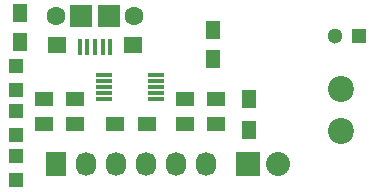
<source format=gts>
G04 #@! TF.FileFunction,Soldermask,Top*
%FSLAX46Y46*%
G04 Gerber Fmt 4.6, Leading zero omitted, Abs format (unit mm)*
G04 Created by KiCad (PCBNEW (2015-01-16 BZR 5376)-product) date 4/3/2015 6:07:08 PM*
%MOMM*%
G01*
G04 APERTURE LIST*
%ADD10C,0.100000*%
%ADD11R,1.300000X1.300000*%
%ADD12C,1.300000*%
%ADD13R,1.250000X1.500000*%
%ADD14R,1.198880X1.198880*%
%ADD15R,1.727200X2.032000*%
%ADD16O,1.727200X2.032000*%
%ADD17R,1.500000X1.300000*%
%ADD18R,1.300000X1.500000*%
%ADD19R,0.400000X1.350000*%
%ADD20C,1.600000*%
%ADD21R,1.600000X1.400000*%
%ADD22R,1.900000X1.900000*%
%ADD23R,2.032000X2.032000*%
%ADD24O,2.032000X2.032000*%
%ADD25C,2.200000*%
%ADD26R,1.400000X0.300000*%
G04 APERTURE END LIST*
D10*
D11*
X200609200Y-96139000D03*
D12*
X198609200Y-96139000D03*
D13*
X171932600Y-96703200D03*
X171932600Y-94203200D03*
X188239400Y-98125600D03*
X188239400Y-95625600D03*
D14*
X171602400Y-106291380D03*
X171602400Y-108389420D03*
X171602400Y-102481380D03*
X171602400Y-104579420D03*
X171602400Y-98671380D03*
X171602400Y-100769420D03*
D15*
X174955200Y-107000000D03*
D16*
X177495200Y-107000000D03*
X180035200Y-107000000D03*
X182575200Y-107000000D03*
X185115200Y-107000000D03*
X187655200Y-107000000D03*
D17*
X188573400Y-103606600D03*
X185873400Y-103606600D03*
X173935400Y-103606600D03*
X176635400Y-103606600D03*
X176635400Y-101498400D03*
X173935400Y-101498400D03*
X182655200Y-103606600D03*
X179955200Y-103606600D03*
X188573400Y-101498400D03*
X185873400Y-101498400D03*
D18*
X191287400Y-101469200D03*
X191287400Y-104169200D03*
D19*
X178282600Y-97137600D03*
X177632600Y-97137600D03*
X176982600Y-97137600D03*
X178932600Y-97129600D03*
X179582600Y-97137600D03*
D20*
X174982600Y-94462600D03*
X181582600Y-94462600D03*
D21*
X181482600Y-96912600D03*
X175082600Y-96912600D03*
D22*
X179482600Y-94462600D03*
X177082600Y-94462600D03*
D23*
X191211200Y-107010200D03*
D24*
X193751200Y-107010200D03*
D25*
X199085200Y-104190800D03*
X199085200Y-100690800D03*
D26*
X179079800Y-99507800D03*
X179079800Y-100007800D03*
X179079800Y-100507800D03*
X179079800Y-101007800D03*
X179079800Y-101507800D03*
X183479800Y-101507800D03*
X183479800Y-101007800D03*
X183479800Y-100507800D03*
X183479800Y-100007800D03*
X183479800Y-99507800D03*
M02*

</source>
